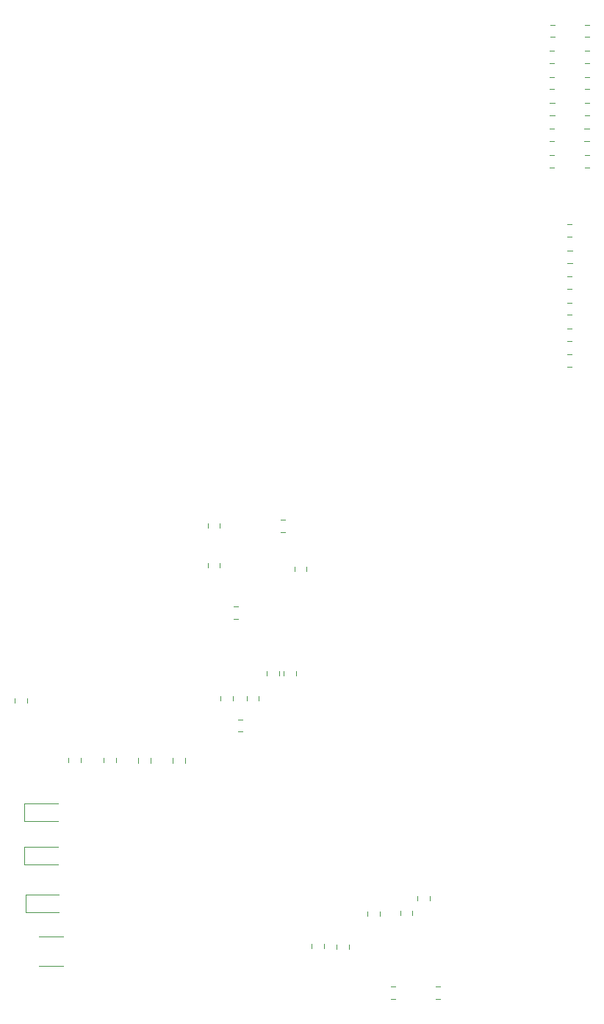
<source format=gbr>
G04 #@! TF.GenerationSoftware,KiCad,Pcbnew,(5.1.2-1)-1*
G04 #@! TF.CreationDate,2020-01-30T23:37:22-08:00*
G04 #@! TF.ProjectId,complete testboard,636f6d70-6c65-4746-9520-74657374626f,1.0*
G04 #@! TF.SameCoordinates,Original*
G04 #@! TF.FileFunction,Legend,Bot*
G04 #@! TF.FilePolarity,Positive*
%FSLAX46Y46*%
G04 Gerber Fmt 4.6, Leading zero omitted, Abs format (unit mm)*
G04 Created by KiCad (PCBNEW (5.1.2-1)-1) date 2020-01-30 23:37:22*
%MOMM*%
%LPD*%
G04 APERTURE LIST*
%ADD10C,0.120000*%
G04 APERTURE END LIST*
D10*
X67538748Y-187090000D02*
X68061252Y-187090000D01*
X67538748Y-188510000D02*
X68061252Y-188510000D01*
X62936252Y-188510000D02*
X62413748Y-188510000D01*
X62936252Y-187090000D02*
X62413748Y-187090000D01*
X53290000Y-182686252D02*
X53290000Y-182163748D01*
X54710000Y-182686252D02*
X54710000Y-182163748D01*
X57610000Y-182213748D02*
X57610000Y-182736252D01*
X56190000Y-182213748D02*
X56190000Y-182736252D01*
X64910000Y-178363748D02*
X64910000Y-178886252D01*
X63490000Y-178363748D02*
X63490000Y-178886252D01*
X65490000Y-177161252D02*
X65490000Y-176638748D01*
X66910000Y-177161252D02*
X66910000Y-176638748D01*
X61110000Y-178413748D02*
X61110000Y-178936252D01*
X59690000Y-178413748D02*
X59690000Y-178936252D01*
X80763748Y-76290000D02*
X81286252Y-76290000D01*
X80763748Y-77710000D02*
X81286252Y-77710000D01*
X80713748Y-79265000D02*
X81236252Y-79265000D01*
X80713748Y-80685000D02*
X81236252Y-80685000D01*
X80713748Y-82290000D02*
X81236252Y-82290000D01*
X80713748Y-83710000D02*
X81236252Y-83710000D01*
X80738748Y-85290000D02*
X81261252Y-85290000D01*
X80738748Y-86710000D02*
X81261252Y-86710000D01*
X80713748Y-88290000D02*
X81236252Y-88290000D01*
X80713748Y-89710000D02*
X81236252Y-89710000D01*
X80713748Y-91290000D02*
X81236252Y-91290000D01*
X80713748Y-92710000D02*
X81236252Y-92710000D01*
X85286252Y-77710000D02*
X84763748Y-77710000D01*
X85286252Y-76290000D02*
X84763748Y-76290000D01*
X85286252Y-80685000D02*
X84763748Y-80685000D01*
X85286252Y-79265000D02*
X84763748Y-79265000D01*
X83261252Y-100710000D02*
X82738748Y-100710000D01*
X83261252Y-99290000D02*
X82738748Y-99290000D01*
X85286252Y-83710000D02*
X84763748Y-83710000D01*
X85286252Y-82290000D02*
X84763748Y-82290000D01*
X83286252Y-103710000D02*
X82763748Y-103710000D01*
X83286252Y-102290000D02*
X82763748Y-102290000D01*
X83261252Y-106710000D02*
X82738748Y-106710000D01*
X83261252Y-105290000D02*
X82738748Y-105290000D01*
X85286252Y-86710000D02*
X84763748Y-86710000D01*
X85286252Y-85290000D02*
X84763748Y-85290000D01*
X85236252Y-89710000D02*
X84713748Y-89710000D01*
X85236252Y-88290000D02*
X84713748Y-88290000D01*
X83261252Y-109710000D02*
X82738748Y-109710000D01*
X83261252Y-108290000D02*
X82738748Y-108290000D01*
X85286252Y-92710000D02*
X84763748Y-92710000D01*
X85286252Y-91290000D02*
X84763748Y-91290000D01*
X83261252Y-112710000D02*
X82738748Y-112710000D01*
X83261252Y-111290000D02*
X82738748Y-111290000D01*
X83261252Y-115710000D02*
X82738748Y-115710000D01*
X83261252Y-114290000D02*
X82738748Y-114290000D01*
X37290000Y-161286252D02*
X37290000Y-160763748D01*
X38710000Y-161286252D02*
X38710000Y-160763748D01*
X33290000Y-161286252D02*
X33290000Y-160763748D01*
X34710000Y-161286252D02*
X34710000Y-160763748D01*
X51510000Y-150738748D02*
X51510000Y-151261252D01*
X50090000Y-150738748D02*
X50090000Y-151261252D01*
X49510000Y-150738748D02*
X49510000Y-151261252D01*
X48090000Y-150738748D02*
X48090000Y-151261252D01*
X29290000Y-161261252D02*
X29290000Y-160738748D01*
X30710000Y-161261252D02*
X30710000Y-160738748D01*
X25265000Y-161236252D02*
X25265000Y-160713748D01*
X26685000Y-161236252D02*
X26685000Y-160713748D01*
X44763748Y-156290000D02*
X45286252Y-156290000D01*
X44763748Y-157710000D02*
X45286252Y-157710000D01*
X21838748Y-181290000D02*
X24611252Y-181290000D01*
X21838748Y-184710000D02*
X24611252Y-184710000D01*
X20300000Y-178500000D02*
X24150000Y-178500000D01*
X20300000Y-176500000D02*
X24150000Y-176500000D01*
X20300000Y-178500000D02*
X20300000Y-176500000D01*
X20200000Y-173000000D02*
X24050000Y-173000000D01*
X20200000Y-171000000D02*
X24050000Y-171000000D01*
X20200000Y-173000000D02*
X20200000Y-171000000D01*
X20200000Y-168000000D02*
X24050000Y-168000000D01*
X20200000Y-166000000D02*
X24050000Y-166000000D01*
X20200000Y-168000000D02*
X20200000Y-166000000D01*
X42710000Y-133738748D02*
X42710000Y-134261252D01*
X41290000Y-133738748D02*
X41290000Y-134261252D01*
X20510000Y-153888748D02*
X20510000Y-154411252D01*
X19090000Y-153888748D02*
X19090000Y-154411252D01*
X42790000Y-154161252D02*
X42790000Y-153638748D01*
X44210000Y-154161252D02*
X44210000Y-153638748D01*
X47210000Y-153638748D02*
X47210000Y-154161252D01*
X45790000Y-153638748D02*
X45790000Y-154161252D01*
X52710000Y-138713748D02*
X52710000Y-139236252D01*
X51290000Y-138713748D02*
X51290000Y-139236252D01*
X49713748Y-133290000D02*
X50236252Y-133290000D01*
X49713748Y-134710000D02*
X50236252Y-134710000D01*
X44786252Y-144710000D02*
X44263748Y-144710000D01*
X44786252Y-143290000D02*
X44263748Y-143290000D01*
X41290000Y-138786252D02*
X41290000Y-138263748D01*
X42710000Y-138786252D02*
X42710000Y-138263748D01*
M02*

</source>
